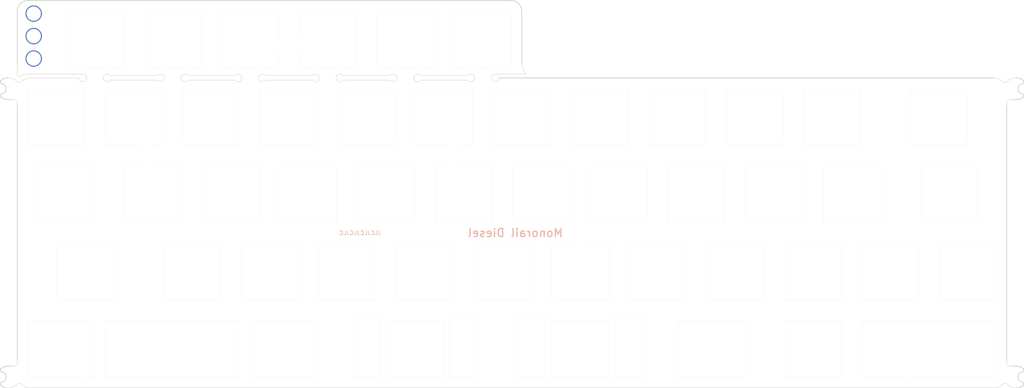
<source format=kicad_pcb>
(kicad_pcb (version 20221018) (generator pcbnew)
  (layers (0 "F.Cu" signal) (31 "B.Cu" signal) (34 "B.Paste" user) (35 "F.Paste" user) (36 "B.SilkS" user "B.Silkscreen") (37 "F.SilkS" user "F.Silkscreen") (38 "B.Mask" user) (39 "F.Mask" user) (44 "Edge.Cuts" user))
  (net 0 "")
  (footprint "PCM_marbastlib-various:mousebites_2mm" (layer "F.Cu") (at 58.7375 58.204015 90)
    (fp_text reference "REF**" hide)
    (fp_text value "mousebites 2mm" hide)
    (pad "" np_thru_hole circle (at 0.05 -1.85 90) (size 0.5 0.5) (drill 0.5) (layers "*.Cu" "*.Mask"))
    (pad "" np_thru_hole circle (at 0.05 -1.11 90) (size 0.5 0.5) (drill 0.5) (layers "*.Cu" "*.Mask"))
    (pad "" np_thru_hole circle (at 0.05 -0.37 90) (size 0.5 0.5) (drill 0.5) (layers "*.Cu" "*.Mask"))
    (pad "" np_thru_hole circle (at 0.05 0.37 90) (size 0.5 0.5) (drill 0.5) (layers "*.Cu" "*.Mask"))
    (pad "" np_thru_hole circle (at 0.05 1.11 90) (size 0.5 0.5) (drill 0.5) (layers "*.Cu" "*.Mask"))
    (pad "" np_thru_hole circle (at 0.05 1.85 90) (size 0.5 0.5) (drill 0.5) (layers "*.Cu" "*.Mask"))
  )
  (footprint "marbastlib-various:mousebites_2mm" (layer "F.Cu") (at 263.325 129.75 180)
    (fp_text reference "REF**" hide)
    (fp_text value "mousebites 2mm" hide)
    (pad "" np_thru_hole circle (at 0.05 -0.37 180) (size 0.5 0.5) (drill 0.5) (layers "F&B.Cu" "*.Mask"))
    (pad "" np_thru_hole circle (at 0.05 0.37 180) (size 0.5 0.5) (drill 0.5) (layers "F&B.Cu" "*.Mask"))
    (pad "" np_thru_hole circle (at 0.05 1.11 180) (size 0.5 0.5) (drill 0.5) (layers "F&B.Cu" "*.Mask"))
    (pad "" np_thru_hole circle (at 0.2 -1.11 180) (size 0.5 0.5) (drill 0.5) (layers "F&B.Cu" "*.Mask"))
    (pad "" np_thru_hole circle (at 0.6 -1.85 180) (size 0.5 0.5) (drill 0.5) (layers "F&B.Cu" "*.Mask"))
  )
  (footprint "PCM_marbastlib-various:mousebites_2mm" (layer "F.Cu") (at 77.7875 58.204015 90)
    (fp_text reference "REF**" hide)
    (fp_text value "mousebites 2mm" hide)
    (pad "" np_thru_hole circle (at 0.05 -1.85 90) (size 0.5 0.5) (drill 0.5) (layers "*.Cu" "*.Mask"))
    (pad "" np_thru_hole circle (at 0.05 -1.11 90) (size 0.5 0.5) (drill 0.5) (layers "*.Cu" "*.Mask"))
    (pad "" np_thru_hole circle (at 0.05 -0.37 90) (size 0.5 0.5) (drill 0.5) (layers "*.Cu" "*.Mask"))
    (pad "" np_thru_hole circle (at 0.05 0.37 90) (size 0.5 0.5) (drill 0.5) (layers "*.Cu" "*.Mask"))
    (pad "" np_thru_hole circle (at 0.05 1.11 90) (size 0.5 0.5) (drill 0.5) (layers "*.Cu" "*.Mask"))
    (pad "" np_thru_hole circle (at 0.05 1.85 90) (size 0.5 0.5) (drill 0.5) (layers "*.Cu" "*.Mask"))
  )
  (footprint "PCM_marbastlib-various:mousebites_2mm" (layer "F.Cu") (at 96.8375 58.204015 90)
    (fp_text reference "REF**" hide)
    (fp_text value "mousebites 2mm" hide)
    (pad "" np_thru_hole circle (at 0.05 -1.85 90) (size 0.5 0.5) (drill 0.5) (layers "*.Cu" "*.Mask"))
    (pad "" np_thru_hole circle (at 0.05 -1.11 90) (size 0.5 0.5) (drill 0.5) (layers "*.Cu" "*.Mask"))
    (pad "" np_thru_hole circle (at 0.05 -0.37 90) (size 0.5 0.5) (drill 0.5) (layers "*.Cu" "*.Mask"))
    (pad "" np_thru_hole circle (at 0.05 0.37 90) (size 0.5 0.5) (drill 0.5) (layers "*.Cu" "*.Mask"))
    (pad "" np_thru_hole circle (at 0.05 1.11 90) (size 0.5 0.5) (drill 0.5) (layers "*.Cu" "*.Mask"))
    (pad "" np_thru_hole circle (at 0.05 1.85 90) (size 0.5 0.5) (drill 0.5) (layers "*.Cu" "*.Mask"))
  )
  (footprint "" (layer "F.Cu") (at 202.974795 122.7004)
    (fp_text reference "" (at 0 0) (layer "F.SilkS") (effects (font (size 1.27 1.27))))
    (fp_text value "" (at 0 0) (layer "F.SilkS") (effects (font (size 1.27 1.27))))
    (pad "" np_thru_hole circle (at 0 0) (size 5.5 5.5) (drill 5.5) (layers "F&B.Cu" "*.Mask"))
  )
  (footprint "PCM_marbastlib-various:mousebites_2mm" (layer "F.Cu") (at 115.8875 58.204015 90)
    (fp_text reference "REF**" hide)
    (fp_text value "mousebites 2mm" hide)
    (pad "" np_thru_hole circle (at 0.05 -1.85 90) (size 0.5 0.5) (drill 0.5) (layers "*.Cu" "*.Mask"))
    (pad "" np_thru_hole circle (at 0.05 -1.11 90) (size 0.5 0.5) (drill 0.5) (layers "*.Cu" "*.Mask"))
    (pad "" np_thru_hole circle (at 0.05 -0.37 90) (size 0.5 0.5) (drill 0.5) (layers "*.Cu" "*.Mask"))
    (pad "" np_thru_hole circle (at 0.05 0.37 90) (size 0.5 0.5) (drill 0.5) (layers "*.Cu" "*.Mask"))
    (pad "" np_thru_hole circle (at 0.05 1.11 90) (size 0.5 0.5) (drill 0.5) (layers "*.Cu" "*.Mask"))
    (pad "" np_thru_hole circle (at 0.05 1.85 90) (size 0.5 0.5) (drill 0.5) (layers "*.Cu" "*.Mask"))
  )
  (footprint "" (layer "F.Cu") (at 52.037503 76.200501)
    (fp_text reference "" (at 0 0) (layer "F.SilkS") (effects (font (size 1.27 1.27))))
    (fp_text value "" (at 0 0) (layer "F.SilkS") (effects (font (size 1.27 1.27))))
    (pad "" np_thru_hole circle (at 0 0) (size 5.5 5.5) (drill 5.5) (layers "F&B.Cu" "*.Mask"))
  )
  (footprint "" (layer "F.Cu") (at 97.387502 122.500402)
    (fp_text reference "" (at 0 0) (layer "F.SilkS") (effects (font (size 1.27 1.27))))
    (fp_text value "" (at 0 0) (layer "F.SilkS") (effects (font (size 1.27 1.27))))
    (pad "" np_thru_hole circle (at 0 0) (size 5.5 5.5) (drill 5.5) (layers "F&B.Cu" "*.Mask"))
  )
  (footprint "" (layer "F.Cu") (at 231.274795 73.900499)
    (fp_text reference "" (at 0 0) (layer "F.SilkS") (effects (font (size 1.27 1.27))))
    (fp_text value "" (at 0 0) (layer "F.SilkS") (effects (font (size 1.27 1.27))))
    (pad "" np_thru_hole circle (at 0 0) (size 5.5 5.5) (drill 5.5) (layers "F&B.Cu" "*.Mask"))
  )
  (footprint "marbastlib-various:mousebites_2mm" (layer "F.Cu") (at 20.837502 60.750001)
    (fp_text reference "REF**" hide)
    (fp_text value "mousebites 2mm" hide)
    (pad "" np_thru_hole circle (at 0.05 -0.37) (size 0.5 0.5) (drill 0.5) (layers "F&B.Cu" "*.Mask"))
    (pad "" np_thru_hole circle (at 0.05 0.37) (size 0.5 0.5) (drill 0.5) (layers "F&B.Cu" "*.Mask"))
    (pad "" np_thru_hole circle (at 0.05 1.11) (size 0.5 0.5) (drill 0.5) (layers "F&B.Cu" "*.Mask"))
    (pad "" np_thru_hole circle (at 0.2 -1.11) (size 0.5 0.5) (drill 0.5) (layers "F&B.Cu" "*.Mask"))
    (pad "" np_thru_hole circle (at 0.6 -1.85) (size 0.5 0.5) (drill 0.5) (layers "F&B.Cu" "*.Mask"))
  )
  (footprint "" (layer "F.Cu") (at 158.724796 95.300501)
    (fp_text reference "" (at 0 0) (layer "F.SilkS") (effects (font (size 1.27 1.27))))
    (fp_text value "" (at 0 0) (layer "F.SilkS") (effects (font (size 1.27 1.27))))
    (pad "" np_thru_hole circle (at 0 0) (size 5.5 5.5) (drill 5.5) (layers "F&B.Cu" "*.Mask"))
  )
  (footprint "" (layer "F.Cu") (at 128.237502 76.200501)
    (fp_text reference "" (at 0 0) (layer "F.SilkS") (effects (font (size 1.27 1.27))))
    (fp_text value "" (at 0 0) (layer "F.SilkS") (effects (font (size 1.27 1.27))))
    (pad "" np_thru_hole circle (at 0 0) (size 5.5 5.5) (drill 5.5) (layers "F&B.Cu" "*.Mask"))
  )
  (footprint "" (layer "F.Cu") (at 50.487503 110.9504)
    (fp_text reference "" (at 0 0) (layer "F.SilkS") (effects (font (size 1.27 1.27))))
    (fp_text value "" (at 0 0) (layer "F.SilkS") (effects (font (size 1.27 1.27))))
    (pad "" np_thru_hole circle (at 0 0) (size 5.5 5.5) (drill 5.5) (layers "F&B.Cu" "*.Mask"))
  )
  (footprint "" (layer "F.Cu") (at 87.3125 49.2125)
    (fp_text reference "" (at 0 0) (layer "F.SilkS") (effects (font (size 1.27 1.27))))
    (fp_text value "" (at 0 0) (layer "F.SilkS") (effects (font (size 1.27 1.27))))
    (pad "" np_thru_hole circle (at 0 0) (size 5.5 5.5) (drill 5.5) (layers "F&B.Cu" "*.Mask"))
  )
  (footprint "PCM_marbastlib-various:mousebites_2mm" (layer "F.Cu") (at 134.9375 58.204015 90)
    (fp_text reference "REF**" hide)
    (fp_text value "mousebites 2mm" hide)
    (pad "" np_thru_hole circle (at 0.05 -1.85 90) (size 0.5 0.5) (drill 0.5) (layers "*.Cu" "*.Mask"))
    (pad "" np_thru_hole circle (at 0.05 -1.11 90) (size 0.5 0.5) (drill 0.5) (layers "*.Cu" "*.Mask"))
    (pad "" np_thru_hole circle (at 0.05 -0.37 90) (size 0.5 0.5) (drill 0.5) (layers "*.Cu" "*.Mask"))
    (pad "" np_thru_hole circle (at 0.05 0.37 90) (size 0.5 0.5) (drill 0.5) (layers "*.Cu" "*.Mask"))
    (pad "" np_thru_hole circle (at 0.05 1.11 90) (size 0.5 0.5) (drill 0.5) (layers "*.Cu" "*.Mask"))
    (pad "" np_thru_hole circle (at 0.05 1.85 90) (size 0.5 0.5) (drill 0.5) (layers "*.Cu" "*.Mask"))
  )
  (footprint "PCM_marbastlib-various:mousebites_2mm" (layer "F.Cu") (at 39.6875 58.204015 90)
    (fp_text reference "REF**" hide)
    (fp_text value "mousebites 2mm" hide)
    (pad "" np_thru_hole circle (at 0.05 -1.85 90) (size 0.5 0.5) (drill 0.5) (layers "F&B.Cu" "*.Mask"))
    (pad "" np_thru_hole circle (at 0.05 -1.11 90) (size 0.5 0.5) (drill 0.5) (layers "F&B.Cu" "*.Mask"))
    (pad "" np_thru_hole circle (at 0.05 -0.37 90) (size 0.5 0.5) (drill 0.5) (layers "F&B.Cu" "*.Mask"))
    (pad "" np_thru_hole circle (at 0.05 0.37 90) (size 0.5 0.5) (drill 0.5) (layers "F&B.Cu" "*.Mask"))
    (pad "" np_thru_hole circle (at 0.05 1.11 90) (size 0.5 0.5) (drill 0.5) (layers "F&B.Cu" "*.Mask"))
    (pad "" np_thru_hole circle (at 0.05 1.85 90) (size 0.5 0.5) (drill 0.5) (layers "F&B.Cu" "*.Mask"))
  )
  (footprint "marbastlib-various:mousebites_2mm" (layer "B.Cu") (at 20.837501 129.75)
    (fp_text reference "REF**" hide)
    (fp_text value "mousebites 2mm" hide)
    (pad "" np_thru_hole circle (at 0.05 -1.11) (size 0.5 0.5) (drill 0.5) (layers "F&B.Cu" "*.Mask"))
    (pad "" np_thru_hole circle (at 0.05 -0.37) (size 0.5 0.5) (drill 0.5) (layers "F&B.Cu" "*.Mask"))
    (pad "" np_thru_hole circle (at 0.05 0.37) (size 0.5 0.5) (drill 0.5) (layers "F&B.Cu" "*.Mask"))
    (pad "" np_thru_hole circle (at 0.2 1.11) (size 0.5 0.5) (drill 0.5) (layers "F&B.Cu" "*.Mask"))
    (pad "" np_thru_hole circle (at 0.6 1.85) (size 0.5 0.5) (drill 0.5) (layers "F&B.Cu" "*.Mask"))
  )
  (footprint "marbastlib-various:mousebites_2mm" (layer "B.Cu") (at 263.325 60.750001 180)
    (fp_text reference "REF**" hide)
    (fp_text value "mousebites 2mm" hide)
    (pad "" np_thru_hole circle (at 0.05 -1.11 180) (size 0.5 0.5) (drill 0.5) (layers "F&B.Cu" "*.Mask"))
    (pad "" np_thru_hole circle (at 0.05 -0.37 180) (size 0.5 0.5) (drill 0.5) (layers "F&B.Cu" "*.Mask"))
    (pad "" np_thru_hole circle (at 0.05 0.37 180) (size 0.5 0.5) (drill 0.5) (layers "F&B.Cu" "*.Mask"))
    (pad "" np_thru_hole circle (at 0.2 1.11 180) (size 0.5 0.5) (drill 0.5) (layers "F&B.Cu" "*.Mask"))
    (pad "" np_thru_hole circle (at 0.6 1.85 180) (size 0.5 0.5) (drill 0.5) (layers "F&B.Cu" "*.Mask"))
  )
  (gr_line (start 20.637501 64) (end 20.637502 63.293751) (stroke (width 0.1)) (layer "Edge.Cuts"))
  (gr_line (start 208.6125 59.675) (end 194.6125 59.675) (stroke (width 0.02)) (layer "Edge.Cuts"))
  (gr_arc (start 55.7375 56.204015) (mid 56.406412 56.481088) (end 56.683485 57.15) (stroke (width 0.1)) (layer "Edge.Cuts"))
  (gr_line (start 118.125 78.725) (end 104.125 78.725) (stroke (width 0.02)) (layer "Edge.Cuts"))
  (gr_line (start 170.5125 59.675) (end 156.5125 59.675) (stroke (width 0.02)) (layer "Edge.Cuts"))
  (gr_line (start 199.375 78.725) (end 199.375 92.725) (stroke (width 0.02)) (layer "Edge.Cuts"))
  (gr_line (start 175.275 78.725) (end 161.275 78.725) (stroke (width 0.02)) (layer "Edge.Cuts"))
  (gr_line (start 227.95 130.825) (end 239.85625 130.825) (stroke (width 0.02)) (layer "Edge.Cuts"))
  (gr_line (start 85.075 92.725) (end 99.075 92.725) (stroke (width 0.02)) (layer "Edge.Cuts"))
  (gr_line (start 56.5 111.775) (end 70.5 111.775) (stroke (width 0.02)) (layer "Edge.Cuts"))
  (gr_line (start 170.5125 73.675) (end 170.5125 59.675) (stroke (width 0.02)) (layer "Edge.Cuts"))
  (gr_line (start 20.637501 40.775) (end 20.6375 53.822765) (stroke (width 0.2)) (layer "Edge.Cuts"))
  (gr_line (start 189.5625 73.675) (end 189.5625 59.675) (stroke (width 0.02)) (layer "Edge.Cuts"))
  (gr_arc (start 267.282463 61.051246) (mid 266.275 59.825) (end 267.282465 58.598755) (stroke (width 0.2)) (layer "Edge.Cuts"))
  (gr_line (start 184.8 111.775) (end 184.8 97.775) (stroke (width 0.02)) (layer "Edge.Cuts"))
  (gr_line (start 189.5625 59.675) (end 175.5625 59.675) (stroke (width 0.02)) (layer "Edge.Cuts"))
  (gr_line (start 165.75 116.825) (end 151.75 116.825) (stroke (width 0.02)) (layer "Edge.Cuts"))
  (gr_arc (start 74.019636 56.597485) (mid 74.356097 56.30811) (end 74.7875 56.204015) (stroke (width 0.1)) (layer "Edge.Cuts"))
  (gr_line (start 75.2625 59.675) (end 61.2625 59.675) (stroke (width 0.02)) (layer "Edge.Cuts"))
  (gr_arc (start 16.880038 58.598755) (mid 16.490558 58.223671) (end 16.670053 57.713605) (stroke (width 0.2)) (layer "Edge.Cuts"))
  (gr_line (start 46.6875 54.625) (end 46.6875 40.625) (stroke (width 0.02)) (layer "Edge.Cuts"))
  (gr_line (start 174.188 115.825) (end 167.188 115.825) (stroke (width 0.02)) (layer "Edge.Cuts"))
  (gr_arc (start 16.670054 128.563605) (mid 17.444272 128.144822) (end 18.3125 128) (stroke (width 0.2)) (layer "Edge.Cuts"))
  (gr_line (start 132.7 111.775) (end 146.7 111.775) (stroke (width 0.02)) (layer "Edge.Cuts"))
  (gr_line (start 194.6125 73.675) (end 208.6125 73.675) (stroke (width 0.02)) (layer "Edge.Cuts"))
  (gr_line (start 241.95 97.775) (end 227.95 97.775) (stroke (width 0.02)) (layer "Edge.Cuts"))
  (gr_line (start 142.225 78.725) (end 142.225 92.725) (stroke (width 0.02)) (layer "Edge.Cuts"))
  (gr_line (start 102.83075 130.825) (end 109.83075 130.825) (stroke (width 0.02)) (layer "Edge.Cuts"))
  (gr_arc (start 118.8875 58.095984) (mid 118.218589 57.818909) (end 117.941516 57.15) (stroke (width 0.1)) (layer "Edge.Cuts"))
  (gr_arc (start 16.670052 132.786395) (mid 16.490554 132.276329) (end 16.880038 131.901246) (stroke (width 0.2)) (layer "Edge.Cuts"))
  (gr_line (start 143.312 115.825) (end 143.312 130.825) (stroke (width 0.02)) (layer "Edge.Cuts"))
  (gr_line (start 25.54375 116.825) (end 23.1625 116.825) (stroke (width 0.02)) (layer "Edge.Cuts"))
  (gr_line (start 39.54375 116.825) (end 37.1625 116.825) (stroke (width 0.02)) (layer "Edge.Cuts"))
  (gr_line (start 265.025 62.500001) (end 264.318749 62.500001) (stroke (width 0.1)) (layer "Edge.Cuts"))
  (gr_line (start 39.54375 130.825) (end 39.54375 116.825) (stroke (width 0.02)) (layer "Edge.Cuts"))
  (gr_line (start 66.025 78.725) (end 66.025 92.725) (stroke (width 0.02)) (layer "Edge.Cuts"))
  (gr_line (start 182.70625 130.825) (end 185.0875 130.825) (stroke (width 0.02)) (layer "Edge.Cuts"))
  (gr_line (start 180.325 78.725) (end 180.325 92.725) (stroke (width 0.02)) (layer "Edge.Cuts"))
  (gr_line (start 104.125 78.725) (end 104.125 92.725) (stroke (width 0.02)) (layer "Edge.Cuts"))
  (gr_line (start 175.275 92.725) (end 175.275 78.725) (stroke (width 0.02)) (layer "Edge.Cuts"))
  (gr_arc (start 18.312501 57.15) (mid 19.52752 57.391683) (end 20.557564 58.079936) (stroke (width 0.1)) (layer "Edge.Cuts"))
  (gr_line (start 25.54375 92.725) (end 39.54375 92.725) (stroke (width 0.02)) (layer "Edge.Cuts"))
  (gr_line (start 144.4625 53.474999) (end 144.4625 40.775) (stroke (width 0.2)) (layer "Edge.Cuts"))
  (gr_line (start 37.1625 73.675) (end 37.1625 59.675) (stroke (width 0.02)) (layer "Edge.Cuts"))
  (gr_arc (start 113.833484 57.15) (mid 113.556411 57.818911) (end 112.8875 58.095984) (stroke (width 0.1)) (layer "Edge.Cuts"))
  (gr_arc (start 138.883485 57.149999) (mid 138.606411 57.818908) (end 137.937501 58.095983) (stroke (width 0.1)) (layer "Edge.Cuts"))
  (gr_line (start 232.425 92.725) (end 232.425 78.725) (stroke (width 0.02)) (layer "Edge.Cuts"))
  (gr_line (start 32.6875 40.625) (end 32.6875 54.625) (stroke (width 0.02)) (layer "Edge.Cuts"))
  (gr_line (start 194.325 78.725) (end 180.325 78.725) (stroke (width 0.02)) (layer "Edge.Cuts"))
  (gr_arc (start 20.637501 40.775) (mid 21.42099 38.88349) (end 23.3125 38.1) (stroke (width 0.2)) (layer "Edge.Cuts"))
  (gr_line (start 137.175 78.725) (end 123.175 78.725) (stroke (width 0.02)) (layer "Edge.Cuts"))
  (gr_line (start 51.7375 130.825) (end 56.2125 130.825) (stroke (width 0.02)) (layer "Edge.Cuts"))
  (gr_arc (start 18.312501 62.500001) (mid 17.444272 62.355179) (end 16.670053 61.936397) (stroke (width 0.2)) (layer "Edge.Cuts"))
  (gr_line (start 253.85625 116.825) (end 247 116.825) (stroke (width 0.02)) (layer "Edge.Cuts"))
  (gr_arc (start 117.941515 57.15) (mid 118.218589 56.481087) (end 118.8875 56.204015) (stroke (width 0.1)) (layer "Edge.Cuts"))
  (gr_arc (start 267.492448 128.563605) (mid 267.671945 129.07367) (end 267.282462 129.448755) (stroke (width 0.2)) (layer "Edge.Cuts"))
  (gr_line (start 239.85625 116.825) (end 227.95 116.825) (stroke (width 0.02)) (layer "Edge.Cuts"))
  (gr_line (start 42.2125 116.825) (end 42.2125 130.825) (stroke (width 0.02)) (layer "Edge.Cuts"))
  (gr_line (start 247 130.825) (end 253.85625 130.825) (stroke (width 0.02)) (layer "Edge.Cuts"))
  (gr_arc (start 265.850001 133.350001) (mid 264.634982 133.108318) (end 263.604938 132.420065) (stroke (width 0.1)) (layer "Edge.Cuts"))
  (gr_line (start 108.6 111.775) (end 108.6 97.775) (stroke (width 0.02)) (layer "Edge.Cuts"))
  (gr_line (start 25.54375 130.825) (end 37.1625 130.825) (stroke (width 0.02)) (layer "Edge.Cuts"))
  (gr_line (start 137.175 92.725) (end 137.175 78.725) (stroke (width 0.02)) (layer "Edge.Cuts"))
  (gr_arc (start 61.7375 58.095984) (mid 61.068589 57.818909) (end 60.791516 57.15) (stroke (width 0.1)) (layer "Edge.Cuts"))
  (gr_arc (start 21.353327 56.803155) (mid 22.31571 56.354001) (end 23.366516 56.204015) (stroke (width 0.1)) (layer "Edge.Cuts"))
  (gr_line (start 84.7875 54.625) (end 84.7875 40.625) (stroke (width 0.02)) (layer "Edge.Cuts"))
  (gr_line (start 253.85625 130.825) (end 261 130.825) (stroke (width 0.02)) (layer "Edge.Cuts"))
  (gr_line (start 194.6125 59.675) (end 194.6125 73.675) (stroke (width 0.02)) (layer "Edge.Cuts"))
  (gr_line (start 46.975 78.725) (end 46.975 92.725) (stroke (width 0.02)) (layer "Edge.Cuts"))
  (gr_line (start 65.7375 40.625) (end 51.7375 40.625) (stroke (width 0.02)) (layer "Edge.Cuts"))
  (gr_line (start 184.8 97.775) (end 170.8 97.775) (stroke (width 0.02)) (layer "Edge.Cuts"))
  (gr_line (start 265.025 62.500001) (end 265.85 62.500001) (stroke (width 0.2)) (layer "Edge.Cuts"))
  (gr_line (start 141.9375 40.625) (end 127.9375 40.625) (stroke (width 0.02)) (layer "Edge.Cuts"))
  (gr_line (start 125.26875 116.825) (end 111.26875 116.825) (stroke (width 0.02)) (layer "Edge.Cuts"))
  (gr_line (start 74.019636 57.702513) (end 62.505364 57.702514) (stroke (width 0.1)) (layer "Edge.Cuts"))
  (gr_line (start 151.75 116.825) (end 151.75 130.825) (stroke (width 0.02)) (layer "Edge.Cuts"))
  (gr_line (start 137.9375 56.204015) (end 145.25625 56.204015) (stroke (width 0.1)) (layer "Edge.Cuts"))
  (gr_line (start 80.3125 130.825) (end 91.93125 130.825) (stroke (width 0.02)) (layer "Edge.Cuts"))
  (gr_line (start 218.425 78.725) (end 218.425 92.725) (stroke (width 0.02)) (layer "Edge.Cuts"))
  (gr_line (start 61.2625 73.675) (end 75.2625 73.675) (stroke (width 0.02)) (layer "Edge.Cuts"))
  (gr_arc (start 80.7875 56.204015) (mid 81.218903 56.30811) (end 81.555364 56.597485) (stroke (width 0.1)) (layer "Edge.Cuts"))
  (gr_line (start 180.325 92.725) (end 194.325 92.725) (stroke (width 0.02)) (layer "Edge.Cuts"))
  (gr_line (start 175.5625 59.675) (end 175.5625 73.675) (stroke (width 0.02)) (layer "Edge.Cuts"))
  (gr_line (start 239.85625 73.675) (end 253.85625 73.675) (stroke (width 0.02)) (layer "Edge.Cuts"))
  (gr_line (start 123.175 78.725) (end 123.175 92.725) (stroke (width 0.02)) (layer "Edge.Cuts"))
  (gr_arc (start 20.637501 127.20625) (mid 20.405017 127.767516) (end 19.843751 128) (stroke (width 0.1)) (layer "Edge.Cuts"))
  (gr_line (start 65.7375 54.625) (end 65.7375 40.625) (stroke (width 0.02)) (layer "Edge.Cuts"))
  (gr_line (start 156.5125 59.675) (end 156.5125 73.675) (stroke (width 0.02)) (layer "Edge.Cuts"))
  (gr_line (start 242.2375 78.725) (end 242.2375 92.725) (stroke (width 0.02)) (layer "Edge.Cuts"))
  (gr_arc (start 93.8375 56.204015) (mid 94.506412 56.481088) (end 94.783485 57.15) (stroke (width 0.1)) (layer "Edge.Cuts"))
  (gr_line (start 241.95 111.775) (end 241.95 97.775) (stroke (width 0.02)) (layer "Edge.Cuts"))
  (gr_arc (start 20.557563 132.420065) (mid 21.0625 132.232367) (end 21.567438 132.420063) (stroke (width 0.1)) (layer "Edge.Cuts"))
  (gr_line (start 222.9 130.825) (end 222.9 116.825) (stroke (width 0.02)) (layer "Edge.Cuts"))
  (gr_arc (start 21.567439 58.079938) (mid 22.597482 57.391685) (end 23.812501 57.150002) (stroke (width 0.1)) (layer "Edge.Cuts"))
  (gr_line (start 132.7 97.775) (end 132.7 111.775) (stroke (width 0.02)) (layer "Edge.Cuts"))
  (gr_line (start 61.2625 116.825) (end 56.2125 116.825) (stroke (width 0.02)) (layer "Edge.Cuts"))
  (gr_line (start 261 130.825) (end 261 116.825) (stroke (width 0.02)) (layer "Edge.Cuts"))
  (gr_line (start 265.850001 128) (end 265.025001 128) (stroke (width 0.2)) (layer "Edge.Cuts"))
  (gr_arc (start 18.3125 133.350001) (mid 17.444271 133.205179) (end 16.670052 132.786395) (stroke (width 0.2)) (layer "Edge.Cuts"))
  (gr_line (start 23.812501 133.349999) (end 260.35 133.349999) (stroke (width 0.2)) (layer "Edge.Cuts"))
  (gr_line (start 227.95 97.775) (end 227.95 111.775) (stroke (width 0.02)) (layer "Edge.Cuts"))
  (gr_line (start 37.1625 130.825) (end 39.54375 130.825) (stroke (width 0.02)) (layer "Edge.Cuts"))
  (gr_line (start 108.8875 54.625) (end 122.8875 54.625) (stroke (width 0.02)) (layer "Edge.Cuts"))
  (gr_line (start 113.65 111.775) (end 127.65 111.775) (stroke (width 0.02)) (layer "Edge.Cuts"))
  (gr_line (start 127.9375 40.625) (end 127.9375 54.625) (stroke (width 0.02)) (layer "Edge.Cuts"))
  (gr_line (start 89.8375 40.625) (end 89.8375 54.625) (stroke (width 0.02)) (layer "Edge.Cuts"))
  (gr_line (start 263.525 126.500001) (end 263.525 127.20625) (stroke (width 0.1)) (layer "Edge.Cuts"))
  (gr_line (start 23.1625 59.675) (end 23.1625 73.675) (stroke (width 0.02)) (layer "Edge.Cuts"))
  (gr_line (start 56.2125 116.825) (end 51.7375 116.825) (stroke (width 0.02)) (layer "Edge.Cuts"))
  (gr_line (start 20.6375 53.822765) (end 20.6375 56.35625) (stroke (width 0.1)) (layer "Edge.Cuts"))
  (gr_arc (start 81.555364 57.702513) (mid 81.218903 57.991888) (end 80.7875 58.095983) (stroke (width 0.1)) (layer "Edge.Cuts"))
  (gr_line (start 113.3625 73.675) (end 113.3625 59.675) (stroke (width 0.02)) (layer "Edge.Cuts"))
  (gr_line (start 261 111.775) (end 261 97.775) (stroke (width 0.02)) (layer "Edge.Cuts"))
  (gr_line (start 182.70625 116.825) (end 182.70625 130.825) (stroke (width 0.02)) (layer "Edge.Cuts"))
  (gr_line (start 127.9375 54.625) (end 141.9375 54.625) (stroke (width 0.02)) (layer "Edge.Cuts"))
  (gr_line (start 118.4125 73.675) (end 132.4125 73.675) (stroke (width 0.02)) (layer "Edge.Cuts"))
  (gr_line (start 263.524999 63.293751) (end 263.525 64) (stroke (width 0.1)) (layer "Edge.Cuts"))
  (gr_line (start 19.1375 128.000001) (end 18.3125 128) (stroke (width 0.2)) (layer "Edge.Cuts"))
  (gr_arc (start 112.119636 56.597484) (mid 112.456099 56.308113) (end 112.8875 56.204014) (stroke (width 0.1)) (layer "Edge.Cuts"))
  (gr_arc (start 36.6875 58.095983) (mid 36.018589 57.81891) (end 35.741516 57.149999) (stroke (width 0.1)) (layer "Edge.Cuts"))
  (gr_arc (start 56.683484 57.15) (mid 56.406411 57.818911) (end 55.7375 58.095984) (stroke (width 0.1)) (layer "Edge.Cuts"))
  (gr_line (start 113.3625 59.675) (end 99.3625 59.675) (stroke (width 0.02)) (layer "Edge.Cuts"))
  (gr_line (start 75.2625 73.675) (end 75.2625 59.675) (stroke (width 0.02)) (layer "Edge.Cuts"))
  (gr_line (start 253.85625 59.675) (end 239.85625 59.675) (stroke (width 0.02)) (layer "Edge.Cuts"))
  (gr_arc (start 42.6875 56.204015) (mid 43.118903 56.30811) (end 43.455364 56.597485) (stroke (width 0.1)) (layer "Edge.Cuts"))
  (gr_arc (start 119.655364 57.702513) (mid 119.318903 57.991888) (end 118.8875 58.095983) (stroke (width 0.1)) (layer "Edge.Cuts"))
  (gr_line (start 36.6875 56.204015) (end 23.366516 56.204015) (stroke (width 0.1)) (layer "Edge.Cuts"))
  (gr_line (start 20.637501 127.20625) (end 20.637501 126.500001) (stroke (width 0.1)) (layer "Edge.Cuts"))
  (gr_arc (start 137.9375 58.095984) (mid 137.268594 57.818911) (end 136.991516 57.15) (stroke (width 0.1)) (layer "Edge.Cuts"))
  (gr_line (start 18.312501 62.500001) (end 19.137501 62.500001) (stroke (width 0.2)) (layer "Edge.Cuts"))
  (gr_line (start 170.8 97.775) (end 170.8 111.775) (stroke (width 0.02)) (layer "Edge.Cuts"))
  (gr_line (start 208.6125 73.675) (end 208.6125 59.675) (stroke (width 0.02)) (layer "Edge.Cuts"))
  (gr_line (start 185.0875 116.825) (end 182.70625 116.825) (stroke (width 0.02)) (layer "Edge.Cuts"))
  (gr_arc (start 94.783484 57.15) (mid 94.506411 57.818911) (end 93.8375 58.095984) (stroke (width 0.1)) (layer "Edge.Cuts"))
  (gr_line (start 75.55 97.775) (end 75.55 111.775) (stroke (width 0.02)) (layer "Edge.Cuts"))
  (gr_line (start 65.7375 116.825) (end 61.2625 116.825) (stroke (width 0.02)) (layer "Edge.Cuts"))
  (gr_line (start 141.9375 54.625) (end 141.9375 40.625) (stroke (width 0.02)) (layer "Edge.Cuts"))
  (gr_line (start 122.8875 40.625) (end 108.8875 40.625) (stroke (width 0.02)) (layer "Edge.Cuts"))
  (gr_arc (start 263.604937 58.079936) (mid 263.1 58.267634) (end 262.595062 58.079938) (stroke (width 0.1)) (layer "Edge.Cuts"))
  (gr_line (start 42.2125 59.675) (end 42.2125 73.675) (stroke (width 0.02)) (layer "Edge.Cuts"))
  (gr_line (start 227.95 111.775) (end 241.95 111.775) (stroke (width 0.02)) (layer "Edge.Cuts"))
  (gr_line (start 247 116.825) (end 241.95 116.825) (stroke (width 0.02)) (layer "Edge.Cuts"))
  (gr_line (start 75.2625 130.825) (end 75.2625 116.825) (stroke (width 0.02)) (layer "Edge.Cuts"))
  (gr_line (start 175.5625 73.675) (end 189.5625 73.675) (stroke (width 0.02)) (layer "Edge.Cuts"))
  (gr_line (start 60.975 78.725) (end 46.975 78.725) (stroke (width 0.02)) (layer "Edge.Cuts"))
  (gr_line (start 232.425 78.725) (end 218.425 78.725) (stroke (width 0.02)) (layer "Edge.Cuts"))
  (gr_line (start 161.275 92.725) (end 175.275 92.725) (stroke (width 0.02)) (layer "Edge.Cuts"))
  (gr_line (start 100.605364 56.597485) (end 112.119636 56.597484) (stroke (width 0.1)) (layer "Edge.Cuts"))
  (gr_line (start 80.3125 73.675) (end 94.3125 73.675) (stroke (width 0.02)) (layer "Edge.Cuts"))
  (gr_line (start 253.85625 73.675) (end 253.85625 59.675) (stroke (width 0.02)) (layer "Edge.Cuts"))
  (gr_arc (start 141.787501 38.1) (mid 143.679012 38.883489) (end 144.4625 40.775) (stroke (width 0.2)) (layer "Edge.Cuts"))
  (gr_line (start 239.85625 59.675) (end 239.85625 73.675) (stroke (width 0.02)) (layer "Edge.Cuts"))
  (gr_arc (start 267.282464 131.901246) (mid 266.275 130.675002) (end 267.282462 129.448755) (stroke (width 0.2)) (layer "Edge.Cuts"))
  (gr_line (start 84.7875 40.625) (end 70.7875 40.625) (stroke (width 0.02)) (layer "Edge.Cuts"))
  (gr_line (start 70.7875 40.625) (end 70.7875 54.625) (stroke (width 0.02)) (layer "Edge.Cuts"))
  (gr_line (start 241.95 116.825) (end 239.85625 116.825) (stroke (width 0.02)) (layer "Edge.Cuts"))
  (gr_line (start 227.6625 59.675) (end 213.6625 59.675) (stroke (width 0.02)) (layer "Edge.Cuts"))
  (gr_line (start 23.1625 73.675) (end 37.1625 73.675) (stroke (width 0.02)) (layer "Edge.Cuts"))
  (gr_arc (start 145.392035 55.912949) (mid 144.702767 54.779571) (end 144.4625 53.474999) (stroke (width 0.1)) (layer "Edge.Cuts"))
  (gr_arc (start 42.6875 58.095984) (mid 42.018589 57.818911) (end 41.741516 57.15) (stroke (width 0.1)) (layer "Edge.Cuts"))
  (gr_arc (start 23.812501 133.349999) (mid 22.597482 133.108316) (end 21.567438 132.420063) (stroke (width 0.1)) (layer "Edge.Cuts"))
  (gr_line (start 94.3125 116.825) (end 91.93125 116.825) (stroke (width 0.02)) (layer "Edge.Cuts"))
  (gr_line (start 156.5125 73.675) (end 170.5125 73.675) (stroke (width 0.02)) (layer "Edge.Cuts"))
  (gr_line (start 39.54375 78.725) (end 25.54375 78.725) (stroke (width 0.02)) (layer "Edge.Cuts"))
  (gr_line (start 203.85 111.775) (end 203.85 97.775) (stroke (width 0.02)) (layer "Edge.Cuts"))
  (gr_line (start 19.1375 128) (end 19.843751 128) (stroke (width 0.1)) (layer "Edge.Cuts"))
  (gr_arc (start 99.8375 58.095984) (mid 99.168594 57.818911) (end 98.891516 57.15) (stroke (width 0.1)) (layer "Edge.Cuts"))
  (gr_line (start 113.65 97.775) (end 113.65 111.775) (stroke (width 0.02)) (layer "Edge.Cuts"))
  (gr_line (start 94.3125 59.675) (end 80.3125 59.675) (stroke (width 0.02)) (layer "Edge.Cuts"))
  (gr_line (start 196.70625 130.825) (end 199.0875 130.825) (stroke (width 0.02)) (layer "Edge.Cuts"))
  (gr_line (start 227.6625 73.675) (end 227.6625 59.675) (stroke (width 0.02)) (layer "Edge.Cuts"))
  (gr_line (start 150.312 115.825) (end 143.312 115.825) (stroke (width 0.02)) (layer "Edge.Cuts"))
  (gr_line (start 196.70625 116.825) (end 185.0875 116.825) (stroke (width 0.02)) (layer "Edge.Cuts"))
  (gr_arc (start 100.605364 57.702513) (mid 100.268903 57.991888) (end 99.8375 58.095983) (stroke (width 0.1)) (layer "Edge.Cuts"))
  (gr_line (start 65.7375 130.825) (end 75.2625 130.825) (stroke (width 0.02)) (layer "Edge.Cuts"))
  (gr_arc (start 99.8375 56.204015) (mid 100.268903 56.30811) (end 100.605364 56.597485) (stroke (width 0.1)) (layer "Edge.Cuts"))
  (gr_line (start 39.54375 92.725) (end 39.54375 78.725) (stroke (width 0.02)) (layer "Edge.Cuts"))
  (gr_line (start 37.1625 59.675) (end 23.1625 59.675) (stroke (width 0.02)) (layer "Edge.Cuts"))
  (gr_line (start 93.069636 57.702512) (end 81.555364 57.702513) (stroke (width 0.1)) (layer "Edge.Cuts"))
  (gr_arc (start 55.7375 58.095981) (mid 55.306099 57.991885) (end 54.969636 57.702512) (stroke (width 0.1)) (layer "Edge.Cuts"))
  (gr_line (start 151.75 130.825) (end 165.75 130.825) (stroke (width 0.02)) (layer "Edge.Cuts"))
  (gr_line (start 165.75 130.825) (end 165.75 116.825) (stroke (width 0.02)) (layer "Edge.Cuts"))
  (gr_line (start 189.85 111.775) (end 203.85 111.775) (stroke (width 0.02)) (layer "Edge.Cuts"))
  (gr_arc (start 267.282463 61.051246) (mid 267.671947 61.426331) (end 267.492448 61.936395) (stroke (width 0.2)) (layer "Edge.Cuts"))
  (gr_line (start 51.7375 54.625) (end 65.7375 54.625) (stroke (width 0.02)) (layer "Edge.Cuts"))
  (gr_line (start 208.9 97.775) (end 208.9 111.775) (stroke (width 0.02)) (layer "Edge.Cuts"))
  (gr_line (start 54.969636 57.702512) (end 43.455364 57.702513) (stroke (width 0.1)) (layer "Edge.Cuts"))
  (gr_arc (start 112.8875 58.095981) (mid 112.456099 57.991885) (end 112.119636 57.702512) (stroke (width 0.1)) (layer "Edge.Cuts"))
  (gr_arc (start 132.883484 57.15) (mid 132.606411 57.818911) (end 131.9375 58.095984) (stroke (width 0.1)) (layer "Edge.Cuts"))
  (gr_line (start 256.2375 78.725) (end 242.2375 78.725) (stroke (width 0.02)) (layer "Edge.Cuts"))
  (gr_line (start 30.30625 111.775) (end 44.30625 111.775) (stroke (width 0.02)) (layer "Edge.Cuts"))
  (gr_arc (start 80.7875 58.095984) (mid 80.118594 57.818911) (end 79.841516 57.15) (stroke (width 0.1)) (layer "Edge.Cuts"))
  (gr_line (start 80.025 92.725) (end 80.025 78.725) (stroke (width 0.02)) (layer "Edge.Cuts"))
  (gr_line (start 222.9 97.775) (end 208.9 97.775) (stroke (width 0.02)) (layer "Edge.Cuts"))
  (gr_line (start 119.655364 56.597485) (end 131.169636 56.597484) (stroke (width 0.1)) (layer "Edge.Cuts"))
  (gr_line (start 111.26875 130.825) (end 125.26875 130.825) (stroke (width 0.02)) (layer "Edge.Cuts"))
  (gr_line (start 133.70675 115.825) (end 126.70675 115.825) (stroke (width 0.02)) (layer "Edge.Cuts"))
  (gr_line (start 111.26875 116.825) (end 111.26875 130.825) (stroke (width 0.02)) (layer "Edge.Cuts"))
  (gr_line (start 261 97.775) (end 247 97.775) (stroke (width 0.02)) (layer "Edge.Cuts"))
  (gr_arc (start 136.991515 57.15) (mid 137.268589 56.481091) (end 137.9375 56.204015) (stroke (width 0.1)) (layer "Edge.Cuts"))
  (gr_line (start 42.2125 73.675) (end 56.2125 73.675) (stroke (width 0.02)) (layer "Edge.Cuts"))
  (gr_line (start 42.2125 130.825) (end 51.7375 130.825) (stroke (width 0.02)) (layer "Edge.Cuts"))
  (gr_line (start 127.65 111.775) (end 127.65 97.775) (stroke (width 0.02)) (layer "Edge.Cuts"))
  (gr_line (start 151.75 111.775) (end 165.75 111.775) (stroke (width 0.02)) (layer "Edge.Cuts"))
  (gr_arc (start 54.969636 56.597484) (mid 55.306099 56.308113) (end 55.7375 56.204014) (stroke (width 0.1)) (layer "Edge.Cuts"))
  (gr_line (start 56.2125 130.825) (end 61.2625 130.825) (stroke (width 0.02)) (layer "Edge.Cuts"))
  (gr_arc (start 267.492448 61.936395) (mid 266.718229 62.355178) (end 265.85 62.500001) (stroke (width 0.2)) (layer "Edge.Cuts"))
  (gr_line (start 151.75 97.775) (end 151.75 111.775) (stroke (width 0.02)) (layer "Edge.Cuts"))
  (gr_line (start 133.70675 130.825) (end 133.70675 115.825) (stroke (width 0.02)) (layer "Edge.Cuts"))
  (gr_line (start 146.7 97.775) (end 132.7 97.775) (stroke (width 0.02)) (layer "Edge.Cuts"))
  (gr_line (start 80.3125 59.675) (end 80.3125 73.675) (stroke (width 0.02)) (layer "Edge.Cuts"))
  (gr_line (start 137.4625 59.675) (end 137.4625 73.675) (stroke (width 0.02)) (layer "Edge.Cuts"))
  (gr_line (start 132.4125 73.675) (end 132.4125 59.675) (stroke (width 0.02)) (layer "Edge.Cuts"))
  (gr_line (start 165.75 97.775) (end 151.75 97.775) (stroke (width 0.02)) (layer "Edge.Cuts"))
  (gr_arc (start 43.455364 57.702513) (mid 43.118903 57.991888) (end 42.6875 58.095983) (stroke (width 0.1)) (layer "Edge.Cuts"))
  (gr_line (start 218.425 92.725) (end 232.425 92.725) (stroke (width 0.02)) (layer "Edge.Cuts"))
  (gr_line (start 170.8 111.775) (end 184.8 111.775) (stroke (width 0.02)) (layer "Edge.Cuts"))
  (gr_line (start 81.555364 56.597485) (end 93.069636 56.597484) (stroke (width 0.1)) (layer "Edge.Cuts"))
  (gr_line (start 56.2125 73.675) (end 56.2125 59.675) (stroke (width 0.02)) (layer "Edge.Cuts"))
  (gr_line (start 35.741516 57.149999) (end 23.812501 57.150002) (stroke (width 0.1)) (layer "Edge.Cuts"))
  (gr_line (start 62.505364 56.597486) (end 74.019636 56.597485) (stroke (width 0.1)) (layer "Edge.Cuts"))
  (gr_line (start 118.4125 59.675) (end 118.4125 73.675) (stroke (width 0.02)) (layer "Edge.Cuts"))
  (gr_line (start 189.85 97.775) (end 189.85 111.775) (stroke (width 0.02)) (layer "Edge.Cuts"))
  (gr_line (start 44.30625 111.775) (end 44.30625 97.775) (stroke (width 0.02)) (layer "Edge.Cuts"))
  (gr_arc (start 79.841515 57.15) (mid 80.118589 56.481091) (end 80.7875 56.204015) (stroke (width 0.1)) (layer "Edge.Cuts"))
  (gr_line (start 263.525 126.500001) (end 263.524999 64) (stroke (width 0.2)) (layer "Edge.Cuts"))
  (gr_line (start 108.8875 40.625) (end 108.8875 54.625) (stroke (width 0.02)) (layer "Edge.Cuts"))
  (gr_line (start 222.9 111.775) (end 222.9 97.775) (stroke (width 0.02)) (layer "Edge.Cuts"))
  (gr_line (start 51.7375 116.825) (end 42.2125 116.825) (stroke (width 0.02)) (layer "Edge.Cuts"))
  (gr_arc (start 265.850001 128) (mid 266.71823 128.144821) (end 267.492448 128.563605) (stroke (width 0.2)) (layer "Edge.Cuts"))
  (gr_arc (start 74.7875 58.095982) (mid 74.356098 57.991887) (end 74.019636 57.702513) (stroke (width 0.1)) (layer "Edge.Cuts"))
  (gr_arc (start 264.31875 128) (mid 263.757484 127.767516) (end 263.525 127.20625) (stroke (width 0.1)) (layer "Edge.Cuts"))
  (gr_arc (start 16.880038 58.598755) (mid 17.887499 59.824999) (end 16.880038 61.051246) (stroke (width 0.2)) (layer "Edge.Cuts"))
  (gr_line (start 91.93125 130.825) (end 94.3125 130.825) (stroke (width 0.02)) (layer "Edge.Cuts"))
  (gr_arc (start 98.891515 57.15) (mid 99.168589 56.481091) (end 99.8375 56.204015) (stroke (width 0.1)) (layer "Edge.Cuts"))
  (gr_arc (start 60.791515 57.15) (mid 61.068589 56.481087) (end 61.7375 56.204015) (stroke (width 0.1)) (layer "Edge.Cuts"))
  (gr_line (start 239.85625 130.825) (end 241.95 130.825) (stroke (width 0.02)) (layer "Edge.Cuts"))
  (gr_line (start 103.8375 54.625) (end 103.8375 40.625) (stroke (width 0.02)) (layer "Edge.Cuts"))
  (gr_line (start 75.55 111.775) (end 89.55 111.775) (stroke (width 0.02)) (layer "Edge.Cuts"))
  (gr_line (start 126.70675 130.825) (end 133.70675 130.825) (stroke (width 0.02)) (layer "Edge.Cuts"))
  (gr_line (start 161.275 78.725) (end 161.275 92.725) (stroke (width 0.02)) (layer "Edge.Cuts"))
  (gr_line (start 199.0875 130.825) (end 199.0875 116.825) (stroke (width 0.02)) (layer "Edge.Cuts"))
  (gr_line (start 150.312 130.825) (end 150.312 115.825) (stroke (width 0.02)) (layer "Edge.Cuts"))
  (gr_arc (start 62.505364 57.702514) (mid 62.168903 57.991889) (end 61.7375 58.095984) (stroke (width 0.1)) (layer "Edge.Cuts"))
  (gr_line (start 109.83075 130.825) (end 109.83075 115.825) (stroke (width 0.02)) (layer "Edge.Cuts"))
  (gr_arc (start 74.7875 56.204015) (mid 75.456412 56.481088) (end 75.733485 57.15) (stroke (width 0.1)) (layer "Edge.Cuts"))
  (gr_arc (start 267.282464 131.901246) (mid 267.671947 132.276332) (end 267.492448 132.786396) (stroke (width 0.2)) (layer "Edge.Cuts"))
  (gr_arc (start 37.633485 57.15) (mid 37.356412 57.818911) (end 36.687501 58.095984) (stroke (width 0.1)) (layer "Edge.Cuts"))
  (gr_line (start 132.4125 59.675) (end 118.4125 59.675) (stroke (width 0.02)) (layer "Edge.Cuts"))
  (gr_line (start 213.6625 59.675) (end 213.6625 73.675) (stroke (width 0.02)) (layer "Edge.Cuts"))
  (gr_arc (start 75.733484 57.15) (mid 75.456411 57.818911) (end 74.7875 58.095984) (stroke (width 0.1)) (layer "Edge.Cuts"))
  (gr_arc (start 112.8875 56.204015) (mid 113.556412 56.481088) (end 113.833485 57.15) (stroke (width 0.1)) (layer "Edge.Cuts"))
  (gr_arc (start 21.353327 56.803155) (mid 20.87922 56.765809) (end 20.6375 56.35625) (stroke (width 0.1)) (layer "Edge.Cuts"))
  (gr_line (start 80.3125 116.825) (end 77.93125 116.825) (stroke (width 0.02)) (layer "Edge.Cuts"))
  (gr_line (start 75.2625 116.825) (end 65.7375 116.825) (stroke (width 0.02)) (layer "Edge.Cuts"))
  (gr_line (start 43.455364 56.597485) (end 54.969636 56.597484) (stroke (width 0.1)) (layer "Edge.Cuts"))
  (gr_line (start 109.83075 115.825) (end 102.83075 115.825) (stroke (width 0.02)) (layer "Edge.Cuts"))
  (gr_line (start 141.787501 38.1) (end 23.3125 38.1) (stroke (width 0.2)) (layer "Edge.Cuts"))
  (gr_arc (start 267.492448 132.786396) (mid 266.718229 133.205179) (end 265.850001 133.350001) (stroke (width 0.2)) (layer "Edge.Cuts"))
  (gr_line (start 227.95 116.825) (end 227.95 130.825) (stroke (width 0.02)) (layer "Edge.Cuts"))
  (gr_line (start 118.125 92.725) (end 118.125 78.725) (stroke (width 0.02)) (layer "Edge.Cuts"))
  (gr_line (start 23.1625 130.825) (end 25.54375 130.825) (stroke (width 0.02)) (layer "Edge.Cuts"))
  (gr_arc (start 36.6875 56.204015) (mid 37.356412 56.481088) (end 37.633485 57.15) (stroke (width 0.1)) (layer "Edge.Cuts"))
  (gr_line (start 66.025 92.725) (end 80.025 92.725) (stroke (width 0.02)) (layer "Edge.Cuts"))
  (gr_line (start 32.6875 54.625) (end 46.6875 54.625) (stroke (width 0.02)) (layer "Edge.Cuts"))
  (gr_line (start 99.075 92.725) (end 99.075 78.725) (stroke (width 0.02)) (layer "Edge.Cuts"))
  (gr_line (start 30.30625 97.775) (end 30.30625 111.775) (stroke (width 0.02)) (layer "Edge.Cuts"))
  (gr_line (start 103.8375 40.625) (end 89.8375 40.625) (stroke (width 0.02)) (layer "Edge.Cuts"))
  (gr_line (start 23.1625 116.825) (end 23.1625 130.825) (stroke (width 0.02)) (layer "Edge.Cuts"))
  (gr_line (start 242.2375 92.725) (end 256.2375 92.725) (stroke (width 0.02)) (layer "Edge.Cuts"))
  (gr_line (start 94.6 97.775) (end 94.6 111.775) (stroke (width 0.02)) (layer "Edge.Cuts"))
  (gr_arc (start 61.7375 56.204016) (mid 62.168903 56.308111) (end 62.505364 56.597486) (stroke (width 0.1)) (layer "Edge.Cuts"))
  (gr_line (start 61.2625 59.675) (end 61.2625 73.675) (stroke (width 0.02)) (layer "Edge.Cuts"))
  (gr_line (start 137.4625 73.675) (end 151.4625 73.675) (stroke (width 0.02)) (layer "Edge.Cuts"))
  (gr_line (start 122.8875 54.625) (end 122.8875 40.625) (stroke (width 0.02)) (layer "Edge.Cuts"))
  (gr_line (start 264.31875 128) (end 265.025001 128) (stroke (width 0.1)) (layer "Edge.Cuts"))
  (gr_arc (start 41.741515 57.15) (mid 42.018588 56.481088) (end 42.6875 56.204015) (stroke (width 0.1)) (layer "Edge.Cuts"))
  (gr_line (start 247 97.775) (end 247 111.775) (stroke (width 0.02)) (layer "Edge.Cuts"))
  (gr_line (start 112.119636 57.702512) (end 100.605364 57.702513) (stroke (width 0.1)) (layer "Edge.Cuts"))
  (gr_arc (start 93.8375 58.095981) (mid 93.406099 57.991885) (end 93.069636 57.702512) (stroke (width 0.1)) (layer "Edge.Cuts"))
  (gr_arc (start 21.567439 58.079938) (mid 21.062501 58.267634) (end 20.557564 58.079936) (stroke (width 0.1)) (layer "Edge.Cuts"))
  (gr_line (start 89.8375 54.625) (end 103.8375 54.625) (stroke (width 0.02)) (layer "Edge.Cuts"))
  (gr_line (start 241.95 130.825) (end 247 130.825) (stroke (width 0.02)) (layer "Edge.Cuts"))
  (gr_arc (start 145.392035 55.912949) (mid 145.419179 56.103285) (end 145.25625 56.204015) (stroke (width 0.1)) (layer "Edge.Cuts"))
  (gr_line (start 247 111.775) (end 261 111.775) (stroke (width 0.02)) (layer "Edge.Cuts"))
  (gr_line (start 91.93125 116.825) (end 80.3125 116.825) (stroke (width 0.02)) (layer "Edge.Cuts"))
  (gr_line (start 56.5 97.775) (end 56.5 111.775) (stroke (width 0.02)) (layer "Edge.Cuts"))
  (gr_line (start 167.188 115.825) (end 167.188 130.825) (stroke (width 0.02)) (layer "Edge.Cuts"))
  (gr_line (start 99.3625 59.675) (end 99.3625 73.675) (stroke (width 0.02)) (layer "Edge.Cuts"))
  (gr_line (start 260.35 57.150002) (end 138.883485 57.149999) (stroke (width 0.2)) (layer "Edge.Cuts"))
  (gr_line (start 99.3625 73.675) (end 113.3625 73.675) (stroke (width 0.02)) (layer "Edge.Cuts"))
  (gr_line (start 70.5 111.775) (end 70.5 97.775) (stroke (width 0.02)) (layer "Edge.Cuts"))
  (gr_line (start 123.175 92.725) (end 137.175 92.725) (stroke (width 0.02)) (layer "Edge.Cuts"))
  (gr_line (start 194.325 92.725) (end 194.325 78.725) (stroke (width 0.02)) (layer "Edge.Cuts"))
  (gr_line (start 208.9 116.825) (end 208.9 130.825) (stroke (width 0.02)) (layer "Edge.Cuts"))
  (gr_line (start 25.54375 78.725) (end 25.54375 92.725) (stroke (width 0.02)) (layer "Edge.Cuts"))
  (gr_line (start 51.7375 40.625) (end 51.7375 54.625) (stroke (width 0.02)) (layer "Edge.Cuts"))
  (gr_line (start 108.6 97.775) (end 94.6 97.775) (stroke (width 0.02)) (layer "Edge.Cuts"))
  (gr_line (start 44.30625 97.775) (end 30.30625 97.775) (stroke (width 0.02)) (layer "Edge.Cuts"))
  (gr_line (start 142.225 92.725) (end 156.225 92.725) (stroke (width 0.02)) (layer "Edge.Cuts"))
  (gr_line (start 77.93125 130.825) (end 80.3125 130.825) (stroke (width 0.02)) (layer "Edge.Cuts"))
  (gr_line (start 151.4625 73.675) (end 151.4625 59.675) (stroke (width 0.02)) (layer "Edge.Cuts"))
  (gr_line (start 131.169636 57.702512) (end 119.655364 57.702513) (stroke (width 0.1)) (layer "Edge.Cuts"))
  (gr_line (start 167.188 130.825) (end 174.188 130.825) (stroke (width 0.02)) (layer "Edge.Cuts"))
  (gr_line (start 94.6 111.775) (end 108.6 111.775) (stroke (width 0.02)) (layer "Edge.Cuts"))
  (gr_line (start 70.7875 54.625) (end 84.7875 54.625) (stroke (width 0.02)) (layer "Edge.Cuts"))
  (gr_line (start 99.075 78.725) (end 85.075 78.725) (stroke (width 0.02)) (layer "Edge.Cuts"))
  (gr_arc (start 118.8875 56.204015) (mid 119.318903 56.30811) (end 119.655364 56.597485) (stroke (width 0.1)) (layer "Edge.Cuts"))
  (gr_line (start 222.9 116.825) (end 208.9 116.825) (stroke (width 0.02)) (layer "Edge.Cuts"))
  (gr_arc (start 260.35 57.150002) (mid 261.565019 57.391685) (end 262.595062 58.079938) (stroke (width 0.1)) (layer "Edge.Cuts"))
  (gr_line (start 156.225 78.725) (end 142.225 78.725) (stroke (width 0.02)) (layer "Edge.Cuts"))
  (gr_line (start 60.975 92.725) (end 60.975 78.725) (stroke (width 0.02)) (layer "Edge.Cuts"))
  (gr_line (start 70.5 97.775) (end 56.5 97.775) (stroke (width 0.02)) (layer "Edge.Cuts"))
  (gr_arc (start 131.169636 56.597484) (mid 131.506099 56.308113) (end 131.9375 56.204014) (stroke (width 0.1)) (layer "Edge.Cuts"))
  (gr_line (start 208.9 130.825) (end 222.9 130.825) (stroke (width 0.02)) (layer "Edge.Cuts"))
  (gr_line (start 213.6625 73.675) (end 227.6625 73.675) (stroke (width 0.02)) (layer "Edge.Cuts"))
  (gr_line (start 20.637501 64) (end 20.637501 126.500001) (stroke (width 0.2)) (layer "Edge.Cuts"))
  (gr_line (start 185.0875 130.825) (end 196.70625 130.825) (stroke (width 0.02)) (layer "Edge.Cuts"))
  (gr_arc (start 262.595063 132.420063) (mid 261.565019 133.108316) (end 260.35 133.349999) (stroke (width 0.1)) (layer "Edge.Cuts"))
  (gr_arc (start 16.880038 129.448755) (mid 17.887501 130.675001) (end 16.880038 131.901246) (stroke (width 0.2)) (layer "Edge.Cuts"))
  (gr_arc (start 263.524999 63.293751) (mid 263.757483 62.732485) (end 264.318749 62.500001) (stroke (width 0.1)) (layer "Edge.Cuts"))
  (gr_line (start 126.70675 115.825) (end 126.70675 130.825) (stroke (width 0.02)) (layer "Edge.Cuts"))
  (gr_arc (start 16.670053 61.936397) (mid 16.490552 61.426329) (end 16.880038 61.051246) (stroke (width 0.2)) (layer "Edge.Cuts"))
  (gr_line (start 199.0875 116.825) (end 196.70625 116.825) (stroke (width 0.02)) (layer "Edge.Cuts"))
  (gr_line (start 203.85 97.775) (end 189.85 97.775) (stroke (width 0.02)) (layer "Edge.Cuts"))
  (gr_arc (start 262.595063 132.420063) (mid 263.1 132.232379) (end 263.604938 132.420065) (stroke (width 0.1)) (layer "Edge.Cuts"))
  (gr_line (start 156.225 92.725) (end 156.225 78.725) (stroke (width 0.02)) (layer "Edge.Cuts"))
  (gr_arc (start 19.843752 62.500001) (mid 20.405018 62.732485) (end 20.637502 63.293751) (stroke (width 0.1)) (layer "Edge.Cuts"))
  (gr_arc (start 265.850001 57.15) (mid 266.718229 57.294821) (end 267.492448 57.713603) (stroke (width 0.2)) (layer "Edge.Cuts"))
  (gr_line (start 46.975 92.725) (end 60.975 92.725) (stroke (width 0.02)) (layer "Edge.Cuts"))
  (gr_line (start 46.6875 40.625) (end 32.6875 40.625) (stroke (width 0.02)) (layer "Edge.Cuts"))
  (gr_line (start 94.3125 73.675) (end 94.3125 59.675) (stroke (width 0.02)) (layer "Edge.Cuts"))
  (gr_line (start 89.55 97.775) (end 75.55 97.775) (stroke (width 0.02)) (layer "Edge.Cuts"))
  (gr_line (start 151.4625 59.675) (end 137.4625 59.675) (stroke (width 0.02)) (layer "Edge.Cuts"))
  (gr_arc (start 93.069636 56.597484) (mid 93.406099 56.308113) (end 93.8375 56.204014) (stroke (width 0.1)) (layer "Edge.Cuts"))
  (gr_line (start 80.025 78.725) (end 66.025 78.725) (stroke (width 0.02)) (layer "Edge.Cuts"))
  (gr_arc (start 131.9375 58.095981) (mid 131.506099 57.991885) (end 131.169636 57.702512) (stroke (width 0.1)) (layer "Edge.Cuts"))
  (gr_arc (start 16.670053 57.713605) (mid 17.444272 57.294821) (end 18.3125 57.15) (stroke (width 0.2)) (layer "Edge.Cuts"))
  (gr_line (start 213.375 92.725) (end 213.375 78.725) (stroke (width 0.02)) (layer "Edge.Cuts"))
  (gr_line (start 256.2375 92.725) (end 256.2375 78.725) (stroke (width 0.02)) (layer "Edge.Cuts"))
  (gr_line (start 19.843752 62.500001) (end 19.137501 62.500001) (stroke (width 0.1)) (layer "Edge.Cuts"))
  (gr_line (start 165.75 111.775) (end 165.75 97.775) (stroke (width 0.02)) (layer "Edge.Cuts"))
  (gr_line (start 94.3125 130.825) (end 94.3125 116.825) (stroke (width 0.02)) (layer "Edge.Cuts"))
  (gr_line (start 143.312 130.825) (end 150.312 130.825) (stroke (width 0.02)) (layer "Edge.Cuts"))
  (gr_line (start 37.1625 116.825) (end 25.54375 116.825) (stroke (width 0.02)) (layer "Edge.Cuts"))
  (gr_line (start 208.9 111.775) (end 222.9 111.775) (stroke (width 0.02)) (layer "Edge.Cuts"))
  (gr_line (start 61.2625 130.825) (end 65.7375 130.825) (stroke (width 0.02)) (layer "Edge.Cuts"))
  (gr_line (start 213.375 78.725) (end 199.375 78.725) (stroke (width 0.02)) (layer "Edge.Cuts"))
  (gr_line (start 199.375 92.725) (end 213.375 92.725) (stroke (width 0.02)) (layer "Edge.Cuts"))
  (gr_arc (start 267.492448 57.713603) (mid 267.671946 58.223667) (end 267.282465 58.598755) (stroke (width 0.2)) (layer "Edge.Cuts"))
  (gr_arc (start 263.604937 58.079936) (mid 264.634981 57.391683) (end 265.85 57.15) (stroke (width 0.1)) (layer "Edge.Cuts"))
  (gr_arc (start 131.9375 56.204015) (mid 132.606412 56.481088) (end 132.883485 57.15) (stroke (width 0.1)) (layer "Edge.Cuts"))
  (gr_line (start 174.188 130.825) (end 174.188 115.825) (stroke (width 0.02)) (layer "Edge.Cuts"))
  (gr_line (start 104.125 92.725) (end 118.125 92.725) (stroke (width 0.02)) (layer "Edge.Cuts"))
  (gr_line (start 102.83075 115.825) (end 102.83075 130.825) (stroke (width 0.02)) (layer "Edge.Cuts"))
  (gr_line (start 85.075 78.725) (end 85.075 92.725) (stroke (width 0.02)) (layer "Edge.Cuts"))
  (gr_line (start 127.65 97.775) (end 113.65 97.775) (stroke (width 0.02)) (layer "Edge.Cuts"))
  (gr_line (start 125.26875 130.825) (end 125.26875 116.825) (stroke (width 0.02)) (layer "Edge.Cuts"))
  (gr_line (start 89.55 111.775) (end 89.55 97.775) (stroke (width 0.02)) (layer "Edge.Cuts"))
  (gr_line (start 261 116.825) (end 253.85625 116.825) (stroke (width 0.02)) (layer "Edge.Cuts"))
  (gr_line (start 77.93125 116.825) (end 77.93125 130.825) (stroke (width 0.02)) (layer "Edge.Cuts"))
  (gr_line (start 56.2125 59.675) (end 42.2125 59.675) (stroke (width 0.02)) (layer "Edge.Cuts"))
  (gr_arc (start 16.880038 129.448755) (mid 16.490559 129.073671) (end 16.670054 128.563605) (stroke (width 0.2)) (layer "Edge.Cuts"))
  (gr_arc (start 20.557563 132.420065) (mid 19.527519 133.108318) (end 18.3125 133.350001) (stroke (width 0.1)) (layer "Edge.Cuts"))
  (gr_line (start 146.7 111.775) (end 146.7 97.775) (stroke (width 0.02)) (layer "Edge.Cuts"))
  (gr_text "JLCJLCJLCJLC" (at 104.775 95.25) (layer "B.SilkS") (effects (font (size 1 1)) (justify mirror)))
  (gr_text "Monorail Diesel" (at 142.875 95.25) (layer "B.SilkS") (effects (font (size 2 2) (thickness 0.3)) (justify mirror)))
  (via (at 24.649501 46.875) (size 4) (drill 3.5) (layers "F.Cu" "B.Cu") (net 0))
  (via (at 24.649501 52.400001) (size 4) (drill 3.5) (layers "F.Cu" "B.Cu") (net 0))
  (via (at 24.649501 41.35) (size 4) (drill 3.5) (layers "F.Cu" "B.Cu") (net 0))
)
</source>
